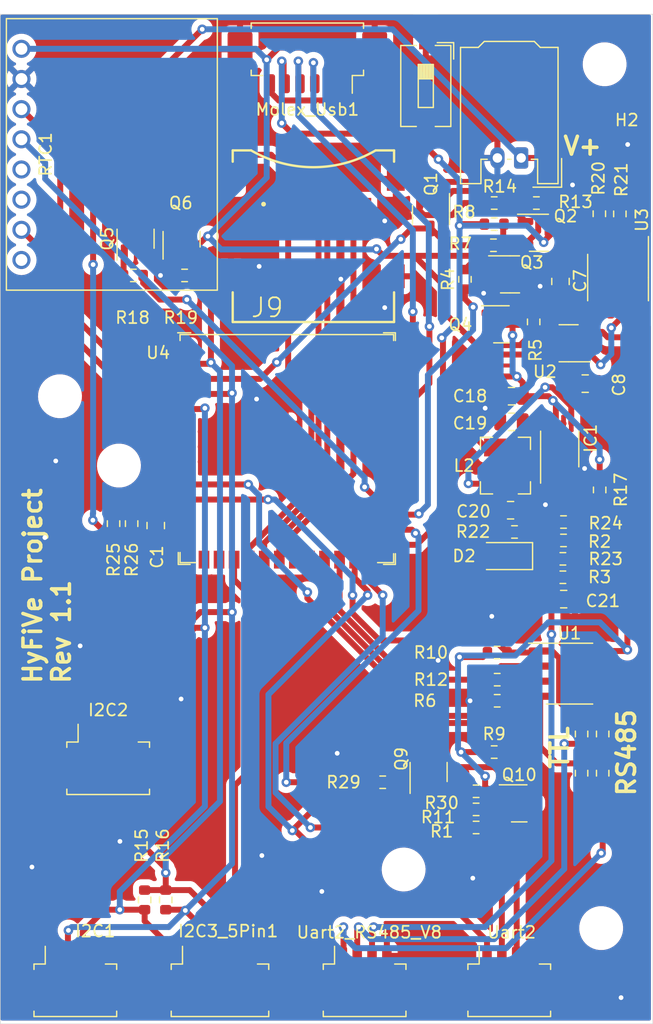
<source format=kicad_pcb>
(kicad_pcb (version 20221018) (generator pcbnew)
  (layers (0 "F.Cu" signal) (31 "B.Cu" signal) (34 "B.Paste" user) (35 "F.Paste" user) (36 "B.SilkS" user "B.Silkscreen") (37 "F.SilkS" user "F.Silkscreen") (38 "B.Mask" user) (39 "F.Mask" user) (44 "Edge.Cuts" user))
  (net 0 "")
  (net 1 "GND")
  (net 2 "/3V3")
  (net 3 "/VBat")
  (net 4 "/RtcInt")
  (net 5 "/EzoOff")
  (net 6 "Net-(IC1-FSEL)")
  (net 7 "Net-(IC1-SS)")
  (net 8 "Net-(IC1-COMP)")
  (net 9 "/SDA")
  (net 10 "Net-(D2-A)")
  (net 11 "/SCL")
  (net 12 "Net-(IC1-FB)")
  (net 13 "Net-(IC1-EN)")
  (net 14 "Net-(C20-Pad2)")
  (net 15 "/VOxy")
  (net 18 "Net-(J9-VDD)")
  (net 19 "/RXD0")
  (net 20 "/TXD0")
  (net 21 "/RTS")
  (net 22 "/DTR")
  (net 23 "/Uart1Rx")
  (net 24 "/Uart1Tx")
  (net 25 "/MISO")
  (net 26 "/SCK")
  (net 27 "/MOSI")
  (net 28 "/CS_SD")
  (net 29 "/Uart2Rx")
  (net 30 "/Uart2Tx")
  (net 31 "Net-(Q1-Pad1)")
  (net 32 "/EN")
  (net 33 "Net-(Q2-Pad1)")
  (net 34 "/IO0")
  (net 36 "Net-(Q3-Pad1)")
  (net 37 "Net-(R2-Pad2)")
  (net 38 "/BoostEnable")
  (net 39 "/DE485")
  (net 40 "/RE485")
  (net 41 "Net-(Q5-Pad1)")
  (net 42 "/SD_Enable")
  (net 43 "Net-(Q4-G)")
  (net 44 "Net-(Q9-Pad1)")
  (net 45 "/SensUartEnable")
  (net 46 "Net-(Q6-G)")
  (net 47 "Net-(Q10-G)")
  (net 48 "Net-(U3-+)")
  (net 49 "Net-(U1-B)")
  (net 50 "Net-(U1-A)")
  (net 54 "Net-(U2-EN)")
  (net 56 "Net-(U3--)")
  (net 57 "/AnaIn")
  (net 73 "Net-(Q10-D)")
  (net 74 "Net-(Uart2_RS485_V8-Pin_1)")
  (net 75 "Net-(Uart2_RS485_V8-Pin_2)")
  (footprint "Capacitor_SMD:C_0805_2012Metric" (layer "F.Cu") (at 77.216 47.498 -90)
    (fp_text reference "C7")
    (fp_text value "1µ")
  )
  (footprint "Capacitor_SMD:C_0805_2012Metric" (layer "F.Cu") (at 79.3 56.1)
    (fp_text reference "C8")
    (fp_text value "1µ")
  )
  (footprint "Resistor_SMD:R_0603_1608Metric" (layer "F.Cu") (at 71.565 44.45)
    (fp_text reference "R7")
    (fp_text value "10k")
  )
  (footprint "Resistor_SMD:R_0603_1608Metric" (layer "F.Cu") (at 71.628 42.672)
    (fp_text reference "R8")
    (fp_text value "10k")
  )
  (footprint "MountingHole:MountingHole_3.2mm_M3" (layer "F.Cu") (at 35.0266 57.1627)
    (fp_text reference "H1" hide)
    (fp_text value "MountingHole" hide)
  )
  (footprint "MountingHole:MountingHole_3.2mm_M3" (layer "F.Cu") (at 80.9371 29.21)
    (fp_text reference "H2")
    (fp_text value "MountingHole" hide)
  )
  (footprint "MountingHole:MountingHole_3.2mm_M3" (layer "F.Cu") (at 80.645 101.9429)
    (fp_text reference "H3" hide)
    (fp_text value "MountingHole" hide)
  )
  (footprint "Connector_Molex:Molex_PicoBlade_53261-0471_1x04-1MP_P1.25mm_Horizontal" (layer "F.Cu") (at 72.898 106.68)
    (fp_text reference "Uart2")
    (fp_text value "Conn_01x04_MountingPin" hide)
  )
  (footprint "Resistor_SMD:R_0603_1608Metric" (layer "F.Cu") (at 77.4192 72.403)
    (fp_text reference "R3")
    (fp_text value "470k")
  )
  (footprint "Resistor_SMD:R_0603_1608Metric" (layer "F.Cu") (at 69.1642 47.3202 90)
    (fp_text reference "R4")
    (fp_text value "15k")
  )
  (footprint "Resistor_SMD:R_0603_1608Metric" (layer "F.Cu") (at 77.4192 70.8516)
    (fp_text reference "R23")
    (fp_text value "470k")
  )
  (footprint "Package_SO:MSOP-8-1EP_3x3mm_P0.65mm_EP1.95x2.15mm" (layer "F.Cu") (at 77.1496 61.604 90)
    (fp_text reference "IC1")
    (fp_text value "MP3213DH-LF-Z")
  )
  (footprint "Resistor_SMD:R_0603_1608Metric" (layer "F.Cu") (at 75.184 40.894 180)
    (fp_text reference "R13")
    (fp_text value "10k")
  )
  (footprint "Capacitor_SMD:C_0805_2012Metric" (layer "F.Cu") (at 73.0094 66.7602 180)
    (fp_text reference "C20")
    (fp_text value "2,2n")
  )
  (footprint "Resistor_SMD:R_0603_1608Metric" (layer "F.Cu") (at 80.4926 41.7962 -90)
    (fp_text reference "R20")
    (fp_text value "1M" hide)
  )
  (footprint "Resistor_SMD:R_0603_1608Metric" (layer "F.Cu") (at 41.068 67.888 -90)
    (fp_text reference "R26")
    (fp_text value "1M" hide)
  )
  (footprint "Connector_Molex:Molex_PicoBlade_53261-0471_1x04-1MP_P1.25mm_Horizontal" (layer "F.Cu") (at 39.0906 87.9856)
    (fp_text reference "I2C2")
    (fp_text value "Conn_01x04_MountingPin" hide)
  )
  (footprint "Capacitor_SMD:C_0805_2012Metric" (layer "F.Cu") (at 43.1 68.05 -90)
    (fp_text reference "C1")
    (fp_text value "10n")
  )
  (footprint "Resistor_SMD:R_0603_1608Metric" (layer "F.Cu") (at 82.2198 41.8084 90)
    (fp_text reference "R21")
    (fp_text value "1M" hide)
  )
  (footprint "Package_TO_SOT_SMD:SOT-23-3" (layer "F.Cu") (at 75.4 43.4)
    (fp_text reference "Q2")
    (fp_text value "SS8050-G" hide)
  )
  (footprint "Connector_Molex:Molex_PicoBlade_53261-0471_1x04-1MP_P1.25mm_Horizontal" (layer "F.Cu") (at 60.706 106.68)
    (fp_text reference "Uart2_RS485_V8")
    (fp_text value "Conn_01x04_MountingPin" hide)
  )
  (footprint "Connector_Molex:Molex_PicoBlade_53261-0571_1x05-1MP_P1.25mm_Horizontal" (layer "F.Cu") (at 48.514 106.68)
    (fp_text reference "I2C3_5Pin1")
    (fp_text value "Conn_01x05_MountingPin" hide)
  )
  (footprint "Package_TO_SOT_SMD:SOT-23" (layer "F.Cu") (at 72.2376 51.1048)
    (fp_text reference "Q4")
    (fp_text value "BSS83P" hide)
  )
  (footprint "Resistor_SMD:R_0603_1608Metric" (layer "F.Cu") (at 71.628 40.894)
    (fp_text reference "R14")
    (fp_text value "10k")
  )
  (footprint "Diode_SMD:D_1206_3216Metric" (layer "F.Cu") (at 72.5776 70.621 180)
    (fp_text reference "D2")
    (fp_text value "D_Schottky")
  )
  (footprint "Resistor_SMD:R_0603_1608Metric" (layer "F.Cu") (at 41.214 46.99 180)
    (fp_text reference "R18")
    (fp_text value "15k")
  )
  (footprint "Resistor_SMD:R_0603_1608Metric" (layer "F.Cu") (at 70.104 93.472 180)
    (fp_text reference "R1")
    (fp_text value "100k")
  )
  (footprint "Resistor_SMD:R_0603_1608Metric" (layer "F.Cu") (at 80.772 88.9 -90)
    (fp_text reference "R41" hide)
    (fp_text value "0" hide)
  )
  (footprint "PCM_Espressif:ESP32-S3-WROOM-1U" (layer "F.Cu") (at 54.15 61.42)
    (fp_text reference "U4")
    (fp_text value "ESP32-S3-WROOM-1")
  )
  (footprint "Resistor_SMD:R_0603_1608Metric" (layer "F.Cu") (at 70.104 91.948 180)
    (fp_text reference "R11")
    (fp_text value "100k")
  )
  (footprint "Resistor_SMD:R_0603_1608Metric" (layer "F.Cu") (at 71.882 81.026)
    (fp_text reference "R12")
    (fp_text value "1k")
  )
  (footprint "Resistor_SMD:R_0603_1608Metric" (layer "F.Cu") (at 71.628 87.122)
    (fp_text reference "R9")
    (fp_text value "100k")
  )
  (footprint "Package_TO_SOT_SMD:SOT-23-3" (layer "F.Cu") (at 72.9625 46.9)
    (fp_text reference "Q3")
    (fp_text value "SS8050-G")
  )
  (footprint "Resistor_SMD:R_0603_1608Metric" (layer "F.Cu") (at 80.518 65.0494 -90)
    (fp_text reference "R17")
    (fp_text value "15k")
  )
  (footprint "Resistor_SMD:R_0603_1608Metric" (layer "F.Cu") (at 78.994 85.598 -90)
    (fp_text reference "R42" hide)
    (fp_text value "0" hide)
  )
  (footprint "Resistor_SMD:R_0603_1608Metric" (layer "F.Cu") (at 71.882 82.804 180)
    (fp_text reference "R6")
    (fp_text value "1k")
  )
  (footprint "Resistor_SMD:R_0603_1608Metric" (layer "F.Cu") (at 39.544 67.888 90)
    (fp_text reference "R25")
    (fp_text value "1M" hide)
  )
  (footprint "Resistor_SMD:R_0603_1608Metric" (layer "F.Cu") (at 80.772 85.598 -90)
    (fp_text reference "R43" hide)
    (fp_text value "0" hide)
  )
  (footprint "Hyfive:DS3231Module" (layer "F.Cu") (at 34.32 36.8 -90)
    (fp_text reference "RTC1")
    (fp_text value "Conn_01x08")
  )
  (footprint "Resistor_SMD:R_0603_1608Metric" (layer "F.Cu") (at 73.3396 68.589)
    (fp_text reference "R22")
    (fp_text value "15k")
  )
  (footprint "Connector_Molex:Molex_MicroClasp_55935-0230_1x02_P2.00mm_Horizontal" (layer "F.Cu") (at 73.9 37.1 180)
    (fp_text reference "Molex_Battery1" hide)
    (fp_text value "Conn_01x02" hide)
  )
  (footprint "Resistor_SMD:R_0603_1608Metric" (layer "F.Cu") (at 77.47 67.7528)
    (fp_text reference "R24")
    (fp_text value "12k")
  )
  (footprint "Capacitor_SMD:C_0805_2012Metric" (layer "F.Cu") (at 73.0856 59.318 180)
    (fp_text reference "C19")
    (fp_text value "10n")
  )
  (footprint "Capacitor_SMD:C_0805_2012Metric" (layer "F.Cu") (at 73.0856 57.159 180)
    (fp_text reference "C18")
    (fp_text value "10µ")
  )
  (footprint "Resistor_SMD:R_0603_1608Metric" (layer "F.Cu") (at 70.104 90.424 180)
    (fp_text reference "R30")
    (fp_text value "15k")
  )
  (footprint "Resistor_SMD:R_0603_1608Metric" (layer "F.Cu") (at 45.532 46.99 180)
    (fp_text reference "R19")
    (fp_text value "15k")
  )
  (footprint "Package_SO:SOIC-8_3.9x4.9mm_P1.27mm" (layer "F.Cu") (at 77.978 80.518)
    (fp_text reference "U1")
    (fp_text value "THVD14x9")
  )
  (footprint "Package_TO_SOT_SMD:SOT-23-3" (layer "F.Cu") (at 66.1 88.8 90)
    (fp_text reference "Q9")
    (fp_text value "SS8050-G" hide)
  )
  (footprint "Inductor_SMD:L_Bourns-SRN4018" (layer "F.Cu") (at 72.5776 63.002 -90)
    (fp_text reference "L2")
    (fp_text value "4,7µ")
  )
  (footprint "Resistor_SMD:R_0603_1608Metric" (layer "F.Cu") (at 74.9554 50.9016 90)
    (fp_text reference "R5")
    (fp_text value "15k" hide)
  )
  (footprint "Package_TO_SOT_SMD:SOT-23-3" (layer "F.Cu") (at 41.4 43.9 90)
    (fp_text reference "Q5")
    (fp_text value "SS8050-G" hide)
  )
  (footprint "Resistor_SMD:R_0603_1608Metric" (layer "F.Cu") (at 62.23 89.662)
    (fp_text reference "R29")
    (fp_text value "15k")
  )
  (footprint "MountingHole:MountingHole_3.2mm_M3_DIN965" (layer "F.Cu") (at 63.995 97.01)
    (fp_text reference "H5" hide)
    (fp_text value "MountingHole" hide)
  )
  (footprint "Connector_Molex:Molex_PicoBlade_53261-0671_1x06-1MP_P1.25mm_Horizontal" (layer "F.Cu") (at 55.88 28.448 180)
    (fp_text reference "Molex_Usb1")
    (fp_text value "Conn_01x06_MountingPin")
  )
  (footprint "Resistor_SMD:R_0603_1608Metric" (layer "F.Cu") (at 71.882 78.74)
    (fp_text reference "R10")
    (fp_text value "100k")
  )
  (footprint "Resistor_SMD:R_0603_1608Metric" (layer "F.Cu") (at 77.47 69.3022 180)
    (fp_text reference "R2")
    (fp_text value "12k")
  )
  (footprint "Resistor_SMD:R_0603_1608Metric" (layer "F.Cu") (at 43.942 99.568 90)
    (fp_text reference "R16")
    (fp_text value "1k")
  )
  (footprint "Connector_Molex:Molex_PicoBlade_53261-0471_1x04-1MP_P1.25mm_Horizontal" (layer "F.Cu") (at 36.322 106.68)
    (fp_text reference "I2C1")
    (fp_text value "Conn_01x04_MountingPin" hide)
  )
  (footprint "Package_TO_SOT_SMD:SOT-23" (layer "F.Cu") (at 73.7385 91.44)
    (fp_text reference "Q10")
    (fp_text value "BSS83P" hide)
  )
  (footprint "Button_Switch_SMD:SW_DIP_SPSTx01_Slide_6.7x4.1mm_W8.61mm_P2.54mm_LowProfile" (layer "F.Cu") (at 65.8622 31.0388 -90)
    (fp_text reference "SW1" hide)
    (fp_text value "SW_DIP_x01" hide)
  )
  (footprint "Capacitor_SMD:C_0805_2012Metric" (layer "F.Cu") (at 77.4856 74.2442)
    (fp_text reference "C21")
    (fp_text value "4,7µ")
  )
  (footprint "Resistor_SMD:R_0603_1608Metric" (layer "F.Cu") (at 78.994 88.9 -90)
    (fp_text reference "R40" hide)
    (fp_text value "0" hide)
  )
  (footprint "Package_TO_SOT_SMD:SOT-23-3" (layer "F.Cu") (at 66.3 41.9 -90)
    (fp_text reference "Q1")
    (fp_text value "SS8050-G")
  )
  (footprint "Hyfive:GCT_MEM2067-02-180-00-A_REVB" (layer "F.Cu") (at 56.388 43.688 180)
    (fp_text reference "J9")
    (fp_text value "Micro_SD_Card" hide)
  )
  (footprint "Package_TO_SOT_SMD:SOT-23" (layer "F.Cu") (at 45.278 43.942 90)
    (fp_text reference "Q6")
    (fp_text value "BSS83P")
  )
  (footprint "Resistor_SMD:R_0603_1608Metric" (layer "F.Cu") (at 42.164 99.568 90)
    (fp_text reference "R15")
    (fp_text value "1k")
  )
  (footprint "Package_TO_SOT_SMD:SOT-23-5" (layer "F.Cu") (at 77.9 52.7 180)
    (fp_text reference "U2")
    (fp_text value "RT9080-33GJ5" hide)
  )
  (footprint "Package_SO:SOIC-8-1EP_3.9x4.9mm_P1.27mm_EP2.29x3mm" (layer "F.Cu") (at 82.0674 47.1678 -90)
    (fp_text reference "U3")
    (fp_text value "LTC1540" hide)
  )
  (footprint "MountingHole:MountingHole_3.2mm_M3_DIN965" (layer "F.Cu") (at 40 63)
    (fp_text reference "H4" hide)
    (fp_text value "MountingHole" hide)
  )
  (gr_line (start 85 25) (end 30 25) (stroke (width 0.05)) (layer "Edge.Cuts"))
  (gr_line (start 30 25) (end 30 85) (stroke (width 0.05)) (layer "Edge.Cuts"))
  (gr_line (start 85 110) (end 85 25) (stroke (width 0.05)) (layer "Edge.Cuts"))
  (gr_line (start 30 85) (end 30 110) (stroke (width 0.05)) (layer "Edge.Cuts"))
  (gr_line (start 30 110) (end 85 110) (stroke (width 0.05)) (layer "Edge.Cuts"))
  (gr_text "HyFiVe Project\nRev 1.1" (at 33.9344 81.5086 90) (layer "F.SilkS") (effects (font (size 1.5 1.5) (thickness 0.3)) (justify left)))
  (gr_text "RS485" (at 82.7786 87.1728 90) (layer "F.SilkS") (effects (font (size 1.5 1.5) (thickness 0.3))))
  (gr_text "TTL" (at 77.1398 86.741 90) (layer "F.SilkS") (effects (font (size 1.5 1.5) (thickness 0.3))))
  (gr_text "V+" (at 79.0702 36.0934) (layer "F.SilkS") (effects (font (size 1.5 1.5) (thickness 0.3))))
  (segment (start 43.5 46.99) (end 42.35 45.84) (width 0.5) (layer "F.Cu") (net 1))
  (segment (start 70.739 48.4886) (end 71.1864 48.4886) (width 0.5) (layer "F.Cu") (net 1))
  (segment (start 71.057 82.676) (end 72.707 81.026) (width 0.5) (layer "F.Cu") (net 1))
  (segment (start 74.1646 68.589) (end 74.921 68.589) (width 0.5) (layer "F.Cu") (net 1))
  (segment (start 42.35 45.84) (end 42.35 45.0375) (width 0.5) (layer "F.Cu") (net 1))
  (segment (start 69.596 82.804) (end 71.057 82.804) (width 0.5) (layer "F.Cu") (net 1))
  (segment (start 75.438 66.802) (end 75.946 66.294) (width 0.5) (layer "F.Cu") (net 1))
  (segment (start 43.5 46.99) (end 43.5 46.124) (width 0.5) (layer "F.Cu") (net 1))
  (segment (start 76.962 66.294) (end 75.946 66.294) (width 0.5) (layer "F.Cu") (net 1))
  (segment (start 75.438 68.072) (end 75.438 66.802) (width 0.5) (layer "F.Cu") (net 1))
  (segment (start 71.057 82.804) (end 71.057 82.676) (width 0.5) (layer "F.Cu") (net 1))
  (segment (start 71.1864 48.4886) (end 71.825 47.85) (width 0.5) (layer "F.Cu") (net 1))
  (segment (start 78.295 67.7528) (end 78.295 67.627) (width 0.5) (layer "F.Cu") (net 1))
  (segment (start 74.921 68.589) (end 75.438 68.072) (width 0.5) (layer "F.Cu") (net 1))
  (segment (start 78.295 67.627) (end 76.962 66.294) (width 0.5) (layer "F.Cu") (net 1))
  (via (at 70.866 58.166) (size 0.8) (drill 0.4) (layers "F.Cu" "B.Cu") (net 1))
  (via (at 82.3214 107.7976) (size 0.8) (drill 0.4) (layers "F.Cu" "B.Cu") (net 1))
  (via (at 51.6 57.4) (size 0.8) (drill 0.4) (layers "F.Cu" "B.Cu") (net 1))
  (via (at 32.6644 96.7994) (size 0.8) (drill 0.4) (layers "F.Cu" "B.Cu") (net 1))
  (via (at 66.9 79.4) (size 0.8) (drill 0.4) (layers "F.Cu" "B.Cu") (net 1))
  (via (at 36.7284 78.1812) (size 0.8) (drill 0.4) (layers "F.Cu" "B.Cu") (net 1))
  (via (at 43.5 46.99) (size 0.8) (drill 0.4) (layers "F.Cu" "B.Cu") (net 1))
  (via (at 52.0446 95.8342) (size 0.8) (drill 0.4) (layers "F.Cu" "B.Cu") (net 1))
  (via (at 57.0992 98.8568) (size 0.8) (drill 0.4) (layers "F.Cu" "B.Cu") (net 1))
  (via (at 78.232 39.37) (size 0.8) (drill 0.4) (layers "F.Cu" "B.Cu") (net 1))
  (via (at 58.3946 87.2236) (size 0.8) (drill 0.4) (layers "F.Cu" "B.Cu") (net 1))
  (via (at 58.7 47.3) (size 0.8) (drill 0.4) (layers "F.Cu" "B.Cu") (net 1))
  (via (at 71.4248 75.692) (size 0.8) (drill 0.4) (layers "F.Cu" "B.Cu") (net 1))
  (via (at 34.671 62.611) (size 0.8) (drill 0.4) (layers "F.Cu" "B.Cu") (net 1))
  (via (at 45.2374 82.6516) (size 0.8) (drill 0.4) (layers "F.Cu" "B.Cu") (net 1))
  (via (at 51.816 46.228) (size 0.8) (drill 0.4) (layers "F.Cu" "B.Cu") (net 1))
  (via (at 70.739 48.4886) (size 0.8) (drill 0.4) (layers "F.Cu" "B.Cu") (net 1))
  (via (at 79.248 63.246) (size 0.8) (drill 0.4) (layers "F.Cu" "B.Cu") (net 1))
  (via (at 33.7566 69.0626) (size 0.8) (drill 0.4) (layers "F.Cu" "B.Cu") (net 1))
  (via (at 40.0812 94.6404) (size 0.8) (drill 0.4) (layers "F.Cu" "B.Cu") (net 1))
  (via (at 62.4 49.7) (size 0.8) (drill 0.4) (layers "F.Cu" "B.Cu") (net 1))
  (via (at 69.596 82.804) (size 0.8) (drill 0.4) (layers "F.Cu" "B.Cu") (net 1))
  (via (at 69.8246 97.7392) (size 0.8) (drill 0.4) (layers "F.Cu" "B.Cu") (net 1))
  (via (at 82.8802 35.9664) (size 0.8) (drill 0.4) (layers "F.Cu" "B.Cu") (net 1))
  (via (at 75.5 47.9) (size 0.8) (drill 0.4) (layers "F.Cu" "B.Cu") (net 1))
  (via (at 62.4 42.4) (size 0.8) (drill 0.4) (layers "F.Cu" "B.Cu") (net 1))
  (via (at 75.946 66.294) (size 0.8) (drill 0.4) (layers "F.Cu" "B.Cu") (net 1))
  (segment (start 82.8548 60.6048) (end 82.8548 61) (width 0.5) (layer "F.Cu") (net 2))
  (segment (start 48.514 104.28) (end 48.514 104.986) (width 0.5) (layer "F.Cu") (net 2))
  (segment (start 67.564 48.006) (end 64.897 45.339) (width 0.5) (layer "F.Cu") (net 2))
  (segment (start 47.4195 43.688) (end 46.228 44.8795) (width 0.5) (layer "F.Cu") (net 2))
  (segment (start 61.708984 44.767184) (end 62.2808 45.339) (width 0.5) (layer "F.Cu") (net 2))
  (segment (start 68.707 79.121) (end 70.676 79.121) (width 0.5) (layer "F.Cu") (net 2))
  (segment (start 62.2808 45.339) (end 64.897 45.339) (width 0.5) (layer "F.Cu") (net 2))
  (segment (start 46.357 46.99) (end 46.357 45.0085) (width 0.5) (layer "F.Cu") (net 2))
  (segment (start 43.942 98.743) (end 42.164 98.743) (width 0.5) (layer "F.Cu") (net 2))
  (segment (start 76.7625 53.65) (end 76.7625 54.5125) (width 0.5) (layer "F.Cu") (net 2))
  (segment (start 72.39 44.45) (end 72.39 42.735) (width 0.5) (layer "F.Cu") (net 2))
  (segment (start 67.564 50.264) (end 67.564 48.006) (width 0.5) (layer "F.Cu") (net 2))
  (segment (start 47.752 48.385) (end 46.357 46.99) (width 0.5) (layer "F.Cu") (net 2))
  (segment (start 52.451 28.829) (end 53.467 27.813) (width 0.5) (layer "F.Cu") (net 2))
  (segment (start 70.676 79.121) (end 71.057 78.74) (width 0.5) (layer "F.Cu") (net 2))
  (segment (start 45.9618 98.743) (end 48.514 101.2952) (width 0.5) (layer "F.Cu") (net 2))
  (segment (start 53.467 27.813) (end 57.023 27.813) (width 0.5) (layer "F.Cu") (net 2))
  (segment (start 46.357 45.0085) (end 46.228 44.8795) (width 0.5) (layer "F.Cu") (net 2))
  (segment (start 44.8 105) (end 38.917 105) (width 0.5) (layer "F.Cu") (net 2))
  (segment (start 40.9656 85.5856) (end 40.9656 93.9246) (width 0.5) (layer "F.Cu") (net 2))
  (segment (start 47.65 54.43) (end 47.752 54.328) (width 0.5) (layer "F.Cu") (net 2))
  (segment (start 68.834 87.122) (end 70.803 87.122) (width 0.5) (layer "F.Cu") (net 2))
  (segment (start 48.514 104.986) (end 47.9 105.6) (width 0.5) (layer "F.Cu") (net 2))
  (segment (start 76.7625 53.65) (end 70.95 53.65) (width 0.5) (layer "F.Cu") (net 2))
  (segment (start 71.95 44.45) (end 72.39 44.45) (width 0.5) (layer "F.Cu") (net 2))
  (segment (start 82.8548 61) (end 82.8548 78.5114) (width 0.5) (layer "F.Cu") (net 2))
  (segment (start 47.9 105.6) (end 45.4 105.6) (width 0.5) (layer "F.Cu") (net 2))
  (segment (start 64.897 45.339) (end 71.103818 45.339) (width 0.5) (layer "F.Cu") (net 2))
  (segment (start 76.7625 54.5125) (end 78.35 56.1) (width 0.5) (layer "F.Cu") (net 2))
  (segment (start 71.49 44.91) (end 71.95 44.45) (width 0.5) (layer "F.Cu") (net 2))
  (segment (start 40.9656 93.9246) (end 43.942 96.901) (width 0.5) (layer "F.Cu") (net 2))
  (segment (start 43.942 98.743) (end 43.942 97.282) (width 0.5) (layer "F.Cu") (net 2))
  (segment (start 43.942 98.743) (end 45.9618 98.743) (width 0.5) (layer "F.Cu") (net 2))
  (segment (start 57.023 27.813) (end 57.628 28.418) (width 0.5) (layer "F.Cu") (net 2))
  (segment (start 48.514 101.2952) (end 48.514 104.28) (width 0.5) (layer "F.Cu") (net 2))
  (segment (start 43.942 96.901) (end 43.942 97.282) (width 0.5) (layer "F.Cu") (net 2))
  (segment (start 70.866 89.154) (end 70.866 93.409) (width 0.5) (layer "F.Cu") (net 2))
  (segment (start 71.103818 45.339) (end 71.49 44.952818) (width 0.5) (layer "F.Cu") (net 2))
  (segment (start 57.628 28.418) (end 57.628 30.675) (width 0.5) (layer "F.Cu") (net 2))
  (segment (start 45.4 54.43) (end 47.65 54.43) (width 0.5) (layer "F.Cu") (net 2))
  (segment (start 70.866 93.409) (end 70.929 93.472) (width 0.5) (layer "F.Cu") (net 2))
  (segment (start 45.4 105.6) (end 44.8 105) (width 0.5) (layer "F.Cu") (net 2))
  (segment (start 38.917 105) (end 38.197 104.28) (width 0.5) (layer "F.Cu") (net 2))
  (segment (start 70.929 91.948) (end 72.359 91.948) (width 0.5) (layer "F.Cu") (net 2))
  (segment (start 70.95 53.65) (end 67.564 50.264) (width 0.5) (layer "F.Cu") (net 2))
  (segment (start 47.752 54.328) (end 47.752 48.385) (width 0.5) (layer "F.Cu") (net 2))
  (segment (start 80.453 78.613) (end 82.7532 78.613) (width 0.5) (layer "F.Cu") (net 2))
  (segment (start 72.39 42.735) (end 72.453 42.672) (width 0.5) (layer "F.Cu") (net 2))
  (segment (start 71.49 44.952818) (end 71.49 44.91) (width 0.5) (layer "F.Cu") (net 2))
  (segment (start 78.35 56.1) (end 82.8548 60.6048) (width 0.5) (layer "F.Cu") (net 2))
  (segment (start 82.7532 78.613) (end 82.8548 78.5114) (width 0.5) (layer "F.Cu") (net 2))
  (segment (start 72.359 91.948) (end 72.801 92.39) (width 0.5) (layer "F.Cu") (net 2))
  (via (at 68.834 87.122) (size 0.8) (drill 0.4) (layers "F.Cu" "B.Cu") (net 2))
  (via (at 61.708984 44.767184) (size 0.8) (drill 0.4) (layers "F.Cu" "B.Cu") (net 2))
  (via (at 47.752 54.328) (size 0.8) (drill 0.4) (layers "F.Cu" "B.Cu") (net 2))
  (via (at 82.8548 78.5114) (size 0.8) (drill 0.4) (layers "F.Cu" "B.Cu") (net 2))
  (via (at 68.707 79.121) (size 0.8) (drill 0.4) (layers "F.Cu" "B.Cu") (net 2))
  (via (at 52.451 28.829) (size 0.8) (drill 0.4) (layers "F.Cu" "B.Cu") (net 2))
  (via (at 43.942 97.282) (size 0.8) (drill 0.4) (layers "F.Cu" "B.Cu") (net 2))
  (via (at 70.866 89.154) (size 0.8) (drill 0.4) (layers "F.Cu" "B.Cu") (net 2))
  (via (at 47.498 43.688) (size 0.8) (drill 0.4) (layers "F.Cu" "B.Cu") (net 2))
  (segment (start 68.834 87.122) (end 68.58 86.868) (width 0.5) (layer "B.Cu") (net 2))
  (segment (start 31.78 27.91) (end 51.532 27.91) (width 0.5) (layer "B.Cu") (net 2))
  (segment (start 76.2 76.2) (end 80.5434 76.2) (width 0.5) (layer "B.Cu") (net 2))
  (segment (start 68.58 79.248) (end 68.707 79.121) (width 0.5) (layer "B.Cu") (net 2))
  (segment (start 47.498 43.688) (end 47.512 43.688) (width 0.5) (layer "B.Cu") (net 2))
  (segment (start 51.532 27.91) (end 52.451 28.829) (width 0.5) (layer "B.Cu") (net 2))
  (segment (start 68.58 86.868) (end 68.58 79.248) (width 0.5) (layer "B.Cu") (net 2))
  (segment (start 61.676168 44.8) (end 48.61 44.8) (width 0.5) (layer "B.Cu") (net 2))
  (segment (start 48.514 55.09) (end 48.514 91.272528) (width 0.5) (layer "B.Cu") (net 2))
  (segment (start 80.5434 76.2) (end 82.8548 78.5114) (width 0.5) (layer "B.Cu") (net 2))
  (segment (start 73.406 78.994) (end 76.2 76.2) (width 0.5) (layer "B.Cu") (net 2))
  (segment (start 48.514 91.272528) (end 43.942 95.844528) (width 0.5) (layer "B.Cu") (net 2))
  (segment (start 52.451 38.749) (end 52.451 28.829) (width 0.5) (layer "B.Cu") (net 2))
  (segment (start 68.834 78.994) (end 73.406 78.994) (width 0.5) (layer "B.Cu") (net 2))
  (segment (start 68.834 87.122) (end 70.866 89.154) (width 0.5) (layer "B.Cu") (net 2))
  (segment (start 47.752 54.328) (end 48.514 55.09) (width 0.5) (layer "B.Cu") (net 2))
  (segment (start 48.61 44.8) (end 47.498 43.688) (width 0.5) (layer "B.Cu") (net 2))
  (segment (start 68.707 79.121) (end 68.834 78.994) (width 0.5) (layer "B.Cu") (net 2))
  (segment (start 61.708984 44.767184) (end 61.676168 44.8) (width 0.5) (layer "B.Cu") (net 2))
  (segment (start 43.942 95.844528) (end 43.942 97.282) (width 0.5) (layer "B.Cu") (net 2))
  (segment (start 47.512 43.688) (end 52.451 38.749) (width 0.5) (layer "B.Cu") (net 2))
  (segment (start 73.8246 52.8574) (end 71.8312 52.8574) (width 0.5) (layer "F.Cu") (net 3))
  (segment (start 79.0375 53.65) (end 78.132108 53.65) (width 0.5) (layer "F.Cu") (net 3))
  (segment (start 73.9 37.1) (end 78.248 37.1) (width 0.5) (layer "F.Cu") (net 3))
  (segment (start 77.182108 52.7) (end 75.9288 52.7) (width 0.5) (layer "F.Cu") (net 3))
  (segment (start 74.9554 51.7266) (end 74.9554 51.4446) (width 0.5) (layer "F.Cu") (net 3))
  (segment (start 77.216 46.548) (end 77.4548 46.548) (width 0.5) (layer "F.Cu") (net 3))
  (segment (start 37.8 67.6) (end 38.913 68.713) (width 0.5) (layer "F.Cu") (net 3))
  (segment (start 80.4926 39.3446) (end 79.0194 37.8714) (width 0.5) (layer "F.Cu") (net 3))
  (segment (start 71.8312 52.8574) (end 71.3001 52.3263) (width 0.5) (layer "F.Cu") (net 3))
  (segment (start 80.6 54.5) (end 79.75 53.65) (width 0.5) (layer "F.Cu") (net 3))
  (segment (start 79.236 38.088) (end 79.0194 37.8714) (width 0.5) (layer "F.Cu") (net 3))
  (segment (start 77.4548 46.548) (end 79.2226 44.7802) (width 0.5) (layer "F.Cu") (net 3))
  (segment (start 79.75 53.65) (end 79.0375 53.65) (width 0.5) (layer "F.Cu") (net 3))
  (segment (start 81.5 51.4) (end 82.7024 50.1976) (width 0.5) (layer "F.Cu") (net 3))
  (segment (start 79.2226 48.3774) (end 79.2226 44.7802) (width 0.5) (layer "F.Cu") (net 3))
  (segment (start 79.2226 44.7802) (end 79.236 44.7668) (width 0.5) (layer "F.Cu") (net 3))
  (segment (start 74.9554 51.7266) (end 73.8246 52.8574) (width 0.5) (layer "F.Cu") (net 3))
  (segment (start 37.8206 35.4584) (end 47.0154 26.2636) (width 0.5) (layer "F.Cu") (net 3))
  (segment (start 79.236 44.7668) (end 79.236 38.088) (width 0.5) (layer "F.Cu") (net 3))
  (segment (start 77.47 49.7586) (end 77.8414 49.7586) (width 0.5) (layer "F.Cu") (net 3))
  (segment (start 74.9554 51.4446) (end 76.6414 49.7586) (width 0.5) (layer "F.Cu") (net 3))
  (segment (start 78.132108 53.65) (end 77.182108 52.7) (width 0.5) (layer "F.Cu") (net 3))
  (segment (start 82.7024 50.1976) (end 82.7024 49.6428) (width 0.5) (layer "F.Cu") (net 3))
  (segment (start 80.4926 40.9712) (end 80.4926 39.3446) (width 0.5) (layer "F.Cu") (net 3))
  (segment (start 71.3001 52.3263) (end 71.3001 52.0548) (width 0.5) (layer "F.Cu") (net 3))
  (segment (start 75.9288 52.7) (end 74.9554 51.7266) (width 0.5) (layer "F.Cu") (net 3))
  (segment (start 37.8206 46.0756) (end 37.8206 35.4584) (width 0.5) (layer "F.Cu") (net 3))
  (segment (start 78.248 37.1) (end 79.0194 37.8714) (width 0.5) (layer "F.Cu") (net 3))
  (segment (start 38.913 68.713) (end 39.544 68.713) (width 0.5) (layer "F.Cu") (net 3))
  (segment (start 77.8414 49.7586) (end 79.2226 48.3774) (width 0.5) (layer "F.Cu") (net 3))
  (segment (start 76.6414 49.7586) (end 77.47 49.7586) (width 0.5) (layer "F.Cu") (net 3))
  (via (at 81.5 51.4) (size 0.8) (drill 0.4) (layers "F.Cu" "B.Cu") (net 3))
  (via (at 37.8206 46.0756) (size 0.8) (drill 0.4) (layers "F.Cu" "B.Cu") (net 3))
  (via (at 37.8 67.6) (size 0.8) (drill 0.4) (layers "F.Cu" "B.Cu") (net 3))
  (via (at 80.6 54.5) (size 0.8) (drill 0.4) (layers "F.Cu" "B.Cu") (net 3))
  (via (at 47.0154 26.2636) (size 0.8) (drill 0.4) (layers "F.Cu" "B.Cu") (net 3))
  (segment (start 37.8206 67.0206) (end 37.8206 46.0756) (width 0.5) (layer "B.Cu") (net 3))
  (segment (start 63.0636 26.2636) (end 73.9 37.1) (width 0.5) (layer "B.Cu") (net 3))
  (segment (start 37.8 67.0412) (end 37.8206 67.0206) (width 0.5) (layer "B.Cu") (net 3))
  (segment (start 81.5 53.6) (end 81.5 51.4) (width 0.5) (layer "B.Cu") (net 3))
  (segment (start 37.8 67.6) (end 37.8 67.0412) (width 0.5) (layer "B.Cu") (net 3))
  (segment (start 80.6 54.5) (end 81.5 53.6) (width 0.5) (layer "B.Cu") (net 3))
  (segment (start 47.0154 26.2636) (end 63.0636 26.2636) (width 0.5) (layer "B.Cu") (net 3))
  (segment (start 44.676 60.678) (end 33.528 49.53) (width 0.5) (layer "F.Cu") (net 4))
  (segment (start 33.528 44.898) (end 31.78 43.15) (width 0.5) (layer "F.Cu") (net 4))
  (segment (start 33.528 49.53) (end 33.528 44.898) (width 0.5) (layer "F.Cu") (net 4))
  (segment (start 49.784 104.26) (end 49.784 89.916) (width 0.5) (layer "F.Cu") (net 5))
  (segment (start 49.784 89.916) (end 51.0032 88.6968) (width 0.5) (layer "F.Cu") (net 5))
  (segment (start 51.0032 88.6968) (end 51.0032 73.9032) (width 0.5) (layer "F.Cu") (net 5))
  (segment (start 51.0032 73.9032) (end 49.705 72.605) (width 0.5) (layer "F.Cu") (net 5))
  (segment (start 49.764 104.28) (end 49.784 104.26) (width 0.5) (layer "F.Cu") (net 5))
  (segment (start 49.705 72.605) (end 49.705 70.92) (width 0.5) (layer "F.Cu") (net 5))
  (segment (start 69.517689 59.009956) (end 69.517689 60.095489) (width 0.5) (layer "F.Cu") (net 6))
  (segment (start 76.209 57.159) (end 74.0356 57.159) (width 0.5) (layer "F.Cu") (net 6))
  (segment (start 73.533 55.499) (end 71.4456 55.499) (width 0.5) (layer "F.Cu") (net 6))
  (segment (start 76.8246 59.454) (end 76.8246 57.7746) (width 0.5) (layer "F.Cu") (net 6))
  (segment (start 80.518 64.2244) (end 80.518 62.484) (width 0.5) (layer "F.Cu") (net 6))
  (segment (start 71.4456 55.499) (end 69.5296 57.415) (width 0.5) (layer "F.Cu") (net 6))
  (segment (start 77.4746 59.454) (end 76.8246 59.454) (width 0.5) (layer "F.Cu") (net 6))
  (segment (start 69.5296 58.998045) (end 69.517689 59.009956) (width 0.5) (layer "F.Cu") (net 6))
  (segment (start 69.517689 60.095489) (end 70.8992 61.477) (width 0.5) (layer "F.Cu") (net 6))
  (segment (start 73.1751 52.0423) (end 73.1774 52.0446) (width 0.5) (layer "F.Cu") (net 6))
  (segment (start 73.1751 51.1048) (end 73.1751 52.0423) (width 0.5) (layer "F.Cu") (net 6))
  (segment (start 70.8992 61.477) (end 72.5776 61.477) (width 0.5) (layer "F.Cu") (net 6))
  (segment (start 69.5296 57.415) (end 69.5296 58.998045) (width 0.5) (layer "F.Cu") (net 6))
  (segment (start 73.533 55.499) (end 74.0356 56.0016) (width 0.5) (layer "F.Cu") (net 6))
  (segment (start 74.0356 56.0016) (end 74.0356 57.159) (width 0.5) (layer "F.Cu") (net 6))
  (segment (start 76.581 57.531) (end 76.209 57.159) (width 0.5) (layer "F.Cu") (net 6))
  (segment (start 76.8246 57.7746) (end 76.581 57.531) (width 0.5) (layer "F.Cu") (net 6))
  (via (at 73.1774 52.0446) (size 0.8) (drill 0.4) (layers "F.Cu" "B.Cu") (net 6))
  (via (at 73.533 55.499) (size 0.8) (drill 0.4) (layers "F.Cu" "B.Cu") (net 6))
  (via (at 80.518 62.484) (size 0.8) (drill 0.4) (layers "F.Cu" "B.Cu") (net 6))
  (via (at 76.581 57.531) (size 0.8) (drill 0.4) (layers "F.Cu" "B.Cu") (net 6))
  (segment (start 73.1774 55.1434) (end 73.533 55.499) (width 0.5) (layer "B.Cu") (net 6))
  (segment (start 73.1774 52.0446) (end 73.1774 55.1434) (width 0.5) (layer "B.Cu") (net 6))
  (segment (start 76.581 57.531) (end 80.518 61.468) (width 0.5) (layer "B.Cu") (net 6))
  (segment (start 80.518 61.468) (end 80.518 62.484) (width 0.5) (layer "B.Cu") (net 6))
  (segment (start 76.0386 59.318) (end 76.1746 59.454) (width 0.5) (layer "F.Cu") (net 7))
  (segment (start 74.0356 59.318) (end 76.0386 59.318) (width 0.5) (layer "F.Cu") (net 7))
  (segment (start 76.1746 64.545) (end 76.1746 63.754) (width 0.5) (layer "F.Cu") (net 8))
  (segment (start 73.9594 66.7602) (end 76.1746 64.545) (width 0.5) (layer "F.Cu") (net 8))
  (segment (start 47.264 104.28) (end 47.264 102.128) (width 0.5) (layer "F.Cu") (net 9))
  (segment (start 47.264 102.128) (end 45.593 100.457) (width 0.5) (layer "F.Cu") (net 9))
  (segment (start 38.4656 85.5856) (end 38.4656 83.7338) (width 0.5) (layer "F.Cu") (net 9))
  (segment (start 38.4656 83.7338) (end 46.863 75.3364) (width 0.5) (layer "F.Cu") (net 9))
  (segment (start 45.529 100.393) (end 43.942 100.393) (width 0.5) (layer "F.Cu") (net 9))
  (segment (start 49.456 56.97) (end 49.53 56.896) (width 0.5) (layer "F.Cu") (net 9))
  (segment (start 35.697 104.28) (end 35.697 102.1742) (width 0.5) (layer "F.Cu") (net 9))
  (segment (start 45.4 56.97) (end 49.456 56.97) (width 0.5) (layer "F.Cu") (net 9))
  (segment (start 35.697 102.1742) (end 35.7378 102.1334) (width 0.5) (layer "F.Cu") (net 9))
  (segment (start 46.863 75.3364) (end 49.53 75.3364) (width 0.5) (layer "F.Cu") (net 9))
  (segment (start 45.593 100.457) (end 45.529 100.393) (width 0.5) (layer "F.Cu") (net 9))
  (via (at 45.593 100.457) (size 0.8) (drill 0.4) (layers "F.Cu" "B.Cu") (net 9))
  (via (at 49.53 56.896) (size 0.8) (drill 0.4) (layers "F.Cu" "B.Cu") (net 9))
  (via (at 35.7378 102.1334) (size 0.8) (drill 0.4) (layers "F.Cu" "B.Cu") (net 9))
  (via (at 49.53 75.3364) (size 0.8) (drill 0.4) (layers "F.Cu" "B.Cu") (net 9))
  (segment (start 49.53 54.61) (end 49.53 56.896) (width 0.5) (layer "B.Cu") (net 9))
  (segment (start 49.53 96.52) (end 45.593 100.457) (width 0.5) (layer "B.Cu") (net 9))
  (segment (start 44.196 101.854) (end 45.593 100.457) (width 0.5) (layer "B.Cu") (net 9))
  (segment (start 35.7378 102.1334) (end 36.0172 101.854) (width 0.5) (layer "B.Cu") (net 9))
  (segment (start 49.53 56.896) (end 49.53 75.3364) (width 0.5) (layer "B.Cu") (net 9))
  (segment (start 36.0172 101.854) (end 44.196 101.854) (width 0.5) (layer "B.Cu") (net 9))
  (segment (start 31.78 35.53) (end 33.782 37.532) (width 0.5) (layer "B.Cu") (net 9))
  (segment (start 33.782 37.532) (end 33.782 38.862) (width 0.5) (layer "B.Cu") (net 9))
  (segment (start 49.53 75.3364) (end 49.53 96.52) (width 0.5) (layer "B.Cu") (net 9))
  (segment (start 33.782 38.862) (end 49.53 54.61) (width 0.5) (layer "B.Cu") (net 9))
  (segment (start 69.4534 64.5016) (end 69.4788 64.527) (width 0.5) (layer "F.Cu") (net 10))
  (segment (start 76.520161 56.4095) (end 78.1246 58.013939) (width 0.5) (layer "F.Cu") (net 10))
  (segment (start 71.1776 70.621) (end 70.4186 69.862) (width 0.5) (layer "F.Cu") (net 10))
  (segment (start 70.4186 69.862) (end 70.4186 66.049) (width 0.5) (layer "F.Cu") (net 10))
  (segment (start 75.917 56.4095) (end 76.520161 56.4095) (width 0.5) (layer "F.Cu") (net 10))
  (segment (start 78.1246 58.013939) (end 78.1246 59.454) (width 0.5) (layer "F.Cu") (net 10))
  (segment (start 69.4788 64.527) (end 72.5776 64.527) (width 0.5) (layer "F.Cu") (net 10))
  (segment (start 70.4186 66.049) (end 71.9406 64.527) (width 0.5) (layer "F.Cu") (net 10))
  (via (at 69.4534 64.5016) (size 0.8) (drill 0.4) (layers "F.Cu" "B.Cu") (net 10))
  (via (at 75.917 56.4095) (size 0.8) (drill 0.4) (layers "F.Cu" "B.Cu") (net 10))
  (segment (start 75.917 56.417) (end 69.4534 62.8806) (width 0.5) (layer "B.Cu") (net 10))
  (segment (start 75.917 56.4095) (end 75.917 56.417) (width 0.5) (layer "B.Cu") (net 10))
  (segment (start 69.4534 62.8806) (end 69.4534 64.5016) (width 0.5) (layer "B.Cu") (net 10))
  (segment (start 35.052 49.276) (end 35.052 36.262) (width 0.5) (layer "F.Cu") (net 11))
  (segment (start 40.069 100.393) (end 42.164 100.393) (width 0.5) (layer "F.Cu") (net 11))
  (segment (start 47.244 76.6572) (end 46.390728 76.6572) (width 0.5) (layer "F.Cu") (net 11))
  (segment (start 42.164 101.346) (end 42.164 100.393) (width 0.5) (layer "F.Cu") (net 11))
  (segment (start 45.4 58.24) (end 44.016 58.24) (width 0.5) (layer "F.Cu") (net 11))
  (segment (start 39.7156 83.332328) (end 39.7156 85.5856) (width 0.5) (layer "F.Cu") (net 11))
  (segment (start 46.390728 76.6572) (end 39.7156 83.332328) (width 0.5) (layer "F.Cu") (net 11))
  (segment (start 45.098 104.28) (end 42.164 101.346) (width 0.5) (layer "F.Cu") (net 11))
  (segment (start 47.244 58.166) (end 47.216 58.138) (width 0.5) (layer "F.Cu") (net 11))
  (segment (start 36.947 104.28) (end 36.947 102.245) (width 0.5) (layer "F.Cu") (net 11))
  (segment (start 44.016 58.24) (end 35.052 49.276) (width 0.5) (layer "F.Cu") (net 11))
  (segment (start 46.014 104.28) (end 45.098 104.28) (width 0.5) (layer "F.Cu") (net 11))
  (segment (start 35.052 36.262) (end 31.78 32.99) (width 0.5) (layer "F.Cu") (net 11))
  (segment (start 47.17 58.24) (end 47.244 58.166) (width 0.5) (layer "F.Cu") (net 11))
  (segment (start 38.799 100.393) (end 40.069 100.393) (width 0.5) (layer "F.Cu") (net 11))
  (segment (start 45.4 58.24) (end 47.17 58.24) (width 0.5) (layer "F.Cu") (net 11))
  (segment (start 36.947 102.245) (end 38.799 100.393) (width 0.5) (layer "F.Cu") (net 11))
  (via (at 47.244 76.6572) (size 0.8) (drill 0.4) (layers "F.Cu" "B.Cu") (net 11))
  (via (at 47.244 58.166) (size 0.8) (drill 0.4) (layers "F.Cu" "B.Cu") (net 11))
  (via (at 40.069 100.393) (size 0.8) (drill 0.4) (layers "F.Cu" "B.Cu") (net 11))
  (segment (start 47.244 76.6572) (end 47.244 58.166) (width 0.5) (layer "B.Cu") (net 11))
  (segment (start 40.069 98.869) (end 40.069 100.393) (width 0.5) (layer "B.Cu") (net 11))
  (segment (start 47.244 91.694) (end 40.069 98.869) (width 0.5) (layer "B.Cu") (net 11))
  (segment (start 47.244 76.6572) (end 47.244 91.694) (width 0.5) (layer "B.Cu") (net 11))
  (segment (start 78.2442 70.8516) (end 78.2442 69.353) (width 0.5) (layer "F.Cu") (net 12))
  (segment (start 78.5114 66.548) (end 76.8246 64.8612) (width 0.5) (layer "F.Cu") (net 12))
  (segment (start 76.8246 64.8612) (end 76.8246 63.754) (width 0.5) (layer "F.Cu") (net 12))
  (segment (start 78.295 69.3022) (end 78.9732 69.3022) (width 0.5) (layer "F.Cu") (net 12))
  (segment (start 78.2442 69.353) (end 78.295 69.3022) (width 0.5) (layer "F.Cu") (net 12))
  (segment (start 79.4414 68.834) (end 79.4414 66.9954) (width 0.5) (layer "F.Cu") (net 12))
  (segment (start 79.4414 66.9954) (end 78.994 66.548) (width 0.5) (layer "F.Cu") (net 12))
  (segment (start 78.9732 69.3022) (end 79.4414 68.834) (width 0.5) (layer "F.Cu") (net 12))
  (segment (start 78.2442 72.403) (end 78.2442 70.8516) (width 0.5) (layer "F.Cu") (net 12))
  (segment (start 78.994 66.548) (end 78.5114 66.548) (width 0.5) (layer "F.Cu") (net 12))
  (segment (start 80.518 65.8744) (end 80.4296 65.786) (width 0.5) (layer "F.Cu") (net 13))
  (segment (start 78.686 65.786) (end 77.4746 64.5746) (width 0.5) (layer "F.Cu") (net 13))
  (segment (start 77.4746 64.5746) (end 77.4746 63.754) (width 0.5) (layer "F.Cu") (net 13))
  (segment (start 80.4296 65.786) (end 78.686 65.786) (width 0.5) (layer "F.Cu") (net 13))
  (segment (start 72.5146 67.2154) (end 72.0594 66.7602) (width 0.5) (layer "F.Cu") (net 14))
  (segment (start 72.5146 68.589) (end 72.5146 67.2154) (width 0.5) (layer "F.Cu") (net 14))
  (segment (start 76.5356 72.4616) (end 76.5942 72.403) (width 0.5) (layer "F.Cu") (net 15))
  (segment (start 76.454 77.216) (end 76.454 74.61) (width 0.5) (layer "F.Cu") (net 15))
  (segment (start 76.5356 74.2442) (end 76.5356 72.4616) (width 0.5) (layer "F.Cu") (net 15))
  (segment (start 74.2082 70.8516) (end 73.9776 70.621) (width 0.5) (layer "F.Cu") (net 15))
  (segment (start 61.331 101.991) (end 61.468 101.854) (width 0.5) (layer "F.Cu") (net 15))
  (segment (start 76.5942 70.8516) (end 76.5942 72.403) (width 0.5) (layer "F.Cu") (net 15))
  (segment (start 61.331 104.28) (end 61.331 101.991) (width 0.5) (layer "F.Cu") (net 15))
  (segment (start 76.5942 70.8516) (end 74.2082 70.8516) (width 0.5) (layer "F.Cu") (net 15))
  (via (at 61.468 101.854) (size 0.8) (drill 0.4) (layers "F.Cu" "B.Cu") (net 15))
  (via (at 76.454 77.216) (size 0.8) (drill 0.4) (layers "F.Cu" "B.Cu") (net 15))
  (segment (start 76.454 77.216) (end 76.454 96.266) (width 0.5) (layer "B.Cu") (net 15))
  (segment (start 70.866 101.854) (end 61.468 101.854) (width 0.5) (layer "B.Cu") (net 15))
  (segment (start 76.454 96.266) (end 70.866 101.854) (width 0.5) (layer "B.Cu") (net 15))
  (segment (start 45.278 39.558) (end 45.278 43.0045) (width 0.5) (layer "F.Cu") (net 18))
  (segment (start 48.006 36.83) (end 45.278 39.558) (width 0.5) (layer "F.Cu") (net 18))
  (segment (start 52.828 36.83) (end 48.006 36.83) (width 0.5) (layer "F.Cu") (net 18))
  (segment (start 56.463 40.465) (end 52.828 36.83) (width 0.5) (layer "F.Cu") (net 18))
  (segment (start 66.167 56.073) (end 66.167 51.2826) (width 0.5) (layer "F.Cu") (net 19))
  (segment (start 64 58.24) (end 66.167 56.073) (width 0.5) (layer "F.Cu") (net 19))
  (segment (start 56.378 29.093) (end 56.388 29.083) (width 0.5) (layer "F.Cu") (net 19))
  (segment (start 62.9 58.24) (end 64 58.24) (width 0.5) (layer "F.Cu") (net 19))
  (segment (start 56.378 30.675) (end 56.378 29.093) (width 0.5) (layer "F.Cu") (net 19))
  (via (at 56.388 29.083) (size 0.8) (drill 0.4) (layers "F.Cu" "B.Cu") (net 19))
  (via (at 66.167 51.2826) (size 0.8) (drill 0.4) (layers "F.Cu" "B.Cu") (net 19))
  (segment (start 66.1162 51.2318) (end 66.1162 42.7482) (width 0.5) (layer "B.Cu") (net 19))
  (segment (start 56.388 33.02) (end 56.388 29.083) (width 0.5) (layer "B.Cu") (net 19))
  (segment (start 66.1162 42.7482) (end 56.388 33.02) (width 0.5) (layer "B.Cu") (net 19))
  (segment (start 66.167 51.2826) (end 66.1162 51.2318) (width 0.5) (layer "B.Cu") (net 19))
  (segment (start 55.128 28.966) (end 55.118 28.956) (width 0.5) (layer "F.Cu") (net 20))
  (segment (start 62.9 56.97) (end 64 56.97) (width 0.5) (layer "F.Cu") (net 20))
  (segment (start 55.128 30.675) (end 55.128 28.966) (width 0.5) (layer "F.Cu") (net 20))
  (segment (start 64.77 56.2) (end 64.77 50.038) (width 0.5) (layer "F.Cu") (net 20))
  (segment (start 64 56.97) (end 64.77 56.2) (width 0.5) (layer "F.Cu") (net 20))
  (via (at 55.118 28.956) (size 0.8) (drill 0.4) (layers "F.Cu" "B.Cu") (net 20))
  (via (at 64.77 50.038) (size 0.8) (drill 0.4) (layers "F.Cu" "B.Cu") (net 20))
  (segment (start 64.77 43.18) (end 64.77 50.038) (width 0.5) (layer "B.Cu") (net 20))
  (segment (start 55.118 33.528) (end 64.77 43.18) (width 0.5) (layer "B.Cu") (net 20))
  (segment (start 55.118 28.956) (end 55.118 33.528) (width 0.5) (layer "B.Cu") (net 20))
  (segment (start 65.35 40.7625) (end 65.35 38.231114) (width 0.5) (layer "F.Cu") (net 21))
  (segment (start 62.170886 35.052) (end 54.61 35.052) (width 0.5) (layer "F.Cu") (net 21))
  (segment (start 54.61 35.052) (end 53.721 34.163) (width 0.5) (layer "F.Cu") (net 21))
  (segment (start 53.878 29.113) (end 53.721 28.956) (width 0.5) (layer "F.Cu") (net 21))
  (segment (start 69.088 40.894) (end 68.072 41.91) (width 0.5) (layer "F.Cu") (net 21))
  (segment (start 68.072 41.91) (end 65.71 41.91) (width 0.5) (layer "F.Cu") (net 21))
  (segment (start 65.35 41.55) (end 65.35 40.7625) (width 0.5) (layer "F.Cu") (net 21))
  (segment (start 53.878 30.675) (end 53.878 29.113) (width 0.5) (layer "F.Cu") (net 21))
  (segment (start 65.35 38.231114) (end 62.170886 35.052) (width 0.5) (layer "F.Cu") (net 21))
  (segment (start 70.803 40.894) (end 69.088 40.894) (width 0.5) (layer "F.Cu") (net 21))
  (segment (start 65.71 41.91) (end 65.35 41.55) (width 0.5) (layer "F.Cu") (net 21))
  (via (at 53.721 28.956) (size 0.8) (drill 0.4) (layers "F.Cu" "B.Cu") (net 21))
  (via (at 53.721 34.163) (size 0.8) (drill 0.4) (layers "F.Cu" "B.Cu") (net 21))
  (segment (start 53.721 34.163) (end 53.721 28.956) (width 0.5) (layer "B.Cu") (net 21))
  (segment (start 75.3375 43.275) (end 75.3375 41.5655) (width 0.5) (layer "F.Cu") (net 22))
  (segment (start 53.467 32.258) (end 52.628 31.419) (width 0.5) (layer "F.Cu") (net 22))
  (segment (start 76.009 40.894) (end 76.009 39.941) (width 0.5) (layer "F.Cu") (net 22))
  (segment (start 74.2625 44.35) (end 75.3375 43.275) (width 0.5) (layer "F.Cu") (net 22))
  (segment (start 60.338 32.258) (end 53.467 32.258) (width 0.5) (layer "F.Cu") (net 22))
  (segment (start 76.009 39.941) (end 75.184 39.116) (width 0.5) (layer "F.Cu") (net 22))
  (segment (start 52.628 31.419) (end 52.628 30.675) (width 0.5) (layer "F.Cu") (net 22))
  (segment (start 75.3375 41.5655) (end 76.009 40.894) (width 0.5) (layer "F.Cu") (net 22))
  (segment (start 75.184 39.116) (end 67.196 39.116) (width 0.5) (layer "F.Cu") (net 22))
  (segment (start 67.196 39.116) (end 60.338 32.258) (width 0.5) (layer "F.Cu") (net 22))
  (segment (start 52.5655 65.86) (end 52.66723 65.86) (width 0.5) (layer "F.Cu") (net 23))
  (segment (start 76.513 78.613) (end 77.1 79.2) (width 0.5) (layer "F.Cu") (net 23))
  (segment (start 59.69 73.914) (end 59.69 75.438) (width 0.5) (layer "F.Cu") (net 23))
  (segment (start 75.376 78.74) (end 75.503 78.613) (width 0.5) (layer "F.Cu") (net 23))
  (segment (start 77.1 82.879) (end 78.994 84.773) (width 0.5) (layer "F.Cu") (net 23))
  (segment (start 72.707 78.74) (end 75.376 78.74) (width 0.5) (layer "F.Cu") (net 23))
  (segment (start 77.1 79.2) (end 77.1 82.879) (width 0.5) (layer "F.Cu") (net 23))
  (segment (start 75.503 78.613) (end 76.513 78.613) (width 0.5) (layer "F.Cu") (net 23))
  (segment (start 61.976 77.724) (end 71.691 77.724) (width 0.5) (layer "F.Cu") (net 23))
  (segment (start 71.691 77.724) (end 72.707 78.74) (width 0.5) (layer "F.Cu") (net 23))
  (segment (start 59.69 75.438) (end 61.976 77.724) (width 0.5) (layer "F.Cu") (net 23))
  (segment (start 52.5655 65.86) (end 45.4 65.86) (width 0.5) (layer "F.Cu") (net 23))
  (via (at 59.69 73.914) (size 0.8) (drill 0.4) (layers "F.Cu" "B.Cu") (net 23))
  (via (at 52.5655 65.86) (size 0.8) (drill 0.4) (layers "F.Cu" "B.Cu") (net 23))
  (segment (start 53.16 65.86) (end 59.69 72.39) (width 0.5) (layer "B.Cu") (net 23))
  (segment (start 59.69 72.39) (end 59.69 73.914) (width 0.5) (layer "B.Cu") (net 23))
  (segment (start 52.5655 65.86) (end 53.16 65.86) (width 0.5) (layer "B.Cu") (net 23))
  (segment (start 75.06 87.122) (end 75.503 86.679) (width 0.5) (layer "F.Cu") (net 24))
  (segment (start 55.88 74.173584) (end 66.380416 84.674) (width 0.5) (layer "F.Cu") (net 24))
  (segment (start 76.899 88.075) (end 75.503 86.679) (width 0.5) (layer "F.Cu") (net 24))
  (segment (start 50.9 64.59) (end 45.4 64.59) (width 0.5) (layer "F.Cu") (net 24))
  (segment (start 78.994 88.075) (end 76.899 88.075) (width 0.5) (layer "F.Cu") (net 24))
  (segment (start 66.380416 84.674) (end 73.252 84.674) (width 0.5) (layer "F.Cu") (net 24))
  (segment (start 75.503 86.679) (end 75.503 86.549) (width 0.5) (layer "F.Cu") (net 24))
  (segment (start 72.453 87.122) (end 75.06 87.122) (width 0.5) (layer "F.Cu") (net 24))
  (segment (start 73.252 84.674) (end 75.503 82.423) (width 0.5) (layer "F.Cu") (net 24))
  (segment (start 55.88 73.66) (end 55.88 74.173584) (width 0.5) (layer "F.Cu") (net 24))
  (segment (start 75.503 86.549) (end 75.503 82.423) (width 0.5) (layer "F.Cu") (net 24))
  (via (at 55.88 73.66) (size 0.8) (drill 0.4) (layers "F.Cu" "B.Cu") (net 24))
  (via (at 50.9 64.59) (size 0.8) (drill 0.4) (layers "F.Cu" "B.Cu") (net 24))
  (segment (start 51.816 65.506) (end 51.816 69.596) (width 0.5) (layer "B.Cu") (net 24))
  (segment (start 50.9 64.59) (end 51.816 65.506) (width 0.5) (layer "B.Cu") (net 24))
  (segment (start 51.816 69.596) (end 55.88 73.66) (width 0.5) (layer "B.Cu") (net 24))
  (segment (start 54.737 70.19) (end 54.737 68.725056) (width 0.5) (layer "F.Cu") (net 25))
  (segment (start 59.763 63.699056) (end 59.763 41.571) (width 0.5) (layer "F.Cu") (net 25))
  (segment (start 54.737 68.725056) (end 59.763 63.699056) (width 0.5) (layer "F.Cu") (net 25))
  (segment (start 57.563 65.050528) (end 57.563 41.571) (width 0.5) (layer "F.Cu") (net 26))
  (segment (start 53.515 69.098528) (end 57.563 65.050528) (width 0.5) (layer "F.Cu") (net 26))
  (segment (start 53.515 70.92) (end 53.515 69.098528) (width 0.5) (layer "F.Cu") (net 26))
  (segment (start 52.245 70.92) (end 52.245 69.52) (width 0.5) (layer "F.Cu") (net 27))
  (segment (start 56.819623 64.945377) (end 56.819623 43.027623) (width 0.5) (layer "F.Cu") (net 27))
  (segment (start 52.245 69.52) (end 56.819623 64.945377) (width 0.5) (layer "F.Cu") (net 27))
  (segment (start 56.819623 43.027623) (end 55.363 41.571) (width 0.5) (layer "F.Cu") (net 27))
  (segment (start 56.219623 56.981623) (end 56.219623 64.696849) (width 0.5) (layer "F.Cu") (net 28))
  (segment (start 50.975 69.941472) (end 50.975 70.92) (width 0.5) (layer "F.Cu") (net 28))
  (segment (start 56.219623 64.696849) (end 50.975 69.941472) (width 0.5) (layer "F.Cu") (net 28))
  (segment (start 54.263 55.025) (end 56.219623 56.981623) (width 0.5) (layer "F.Cu") (net 28))
  (segment (start 54.263 41.571) (end 54.263 55.025) (width 0.5) (layer "F.Cu") (net 28))
  (segment (start 56.134 93.472) (end 69.279 93.472) (width 0.5) (layer "F.Cu") (net 29))
  (segment (start 61.135 72.819) (end 62.23 73.914) (width 0.5) (layer "F.Cu") (net 29))
  (segment (start 72.273 96.466) (end 69.279 93.472) (width 0.5) (layer "F.Cu") (net 29))
  (segment (start 61.135 70.92) (end 61.135 72.819) (width 0.5) (layer "F.Cu") (net 29))
  (segment (start 72.273 104.28) (end 72.273 96.466) (width 0.5) (layer "F.Cu") (net 29))
  (via (at 62.23 73.914) (size 0.8) (drill 0.4) (layers "F.Cu" "B.Cu") (net 29))
  (via (at 56.134 93.472) (size 0.8) (drill 0.4) (layers "F.Cu" "B.Cu") (net 29))
  (segment (start 62.23 77.383472) (end 62.23 73.914) (width 0.5) (layer "B.Cu") (net 29))
  (segment (start 53.2 86.413472) (end 62.23 77.383472) (width 0.5) (layer "B.Cu") (net 29))
  (segment (start 53.2 90.538) (end 53.2 86.413472) (width 0.5) (layer "B.Cu") (net 29))
  (segment (start 56.134 93.472) (end 53.2 90.538) (width 0.5) (layer "B.Cu") (net 29))
  (segment (start 60.96 73.914) (end 60.96 73.56) (width 0.5) (layer "F.Cu") (net 30))
  (segment (start 69.025 92.202) (end 69.279 91.948) (width 0.5) (layer "F.Cu") (net 30))
  (segment (start 71.023 104.28) (end 71.023 103.027) (width 0.5) (layer "F.Cu") (net 30))
  (segment (start 54.864 93.726) (end 54.61 93.726) (width 0.5) (layer "F.Cu") (net 30))
  (segment (start 61.722 100.584) (end 54.864 93.726) (width 0.5) (layer "F.Cu") (net 30))
  (segment (start 54.61 93.726) (end 56.134 92.202) (width 0.5) (layer "F.Cu") (net 30))
  (segment (start 56.134 92.202) (end 69.025 92.202) (width 0.5) (layer "F.Cu") (net 30))
  (segment (start 59.865 72.465) (end 59.865 70.92) (width 0.5) (layer "F.Cu") (net 30))
  (segment (start 60.96 73.56) (end 59.865 72.465) (width 0.5) (layer "F.Cu") (net 30))
  (segment (start 71.023 103.027) (end 68.58 100.584) (width 0.5) (layer "F.Cu") (net 30))
  (segment (start 68.58 100.584) (end 61.722 100.584) (width 0.5) (layer "F.Cu") (net 30))
  (via (at 60.96 73.914) (size 0.8) (drill 0.4) (layers "F.Cu" "B.Cu") (net 30))
  (via (at 54.61 93.726) (size 0.8) (drill 0.4) (layers "F.Cu" "B.Cu") (net 30))
  (segment (start 54.61 93.726) (end 52.6 91.716) (width 0.5) (layer "B.Cu") (net 30))
  (segment (start 52.6 82.274) (end 60.96 73.914) (width 0.5) (layer "B.Cu") (net 30))
  (segment (start 52.6 91.716) (end 52.6 82.274) (width 0.5) (layer "B.Cu") (net 30))
  (segment (start 73.343 39.878) (end 74.359 40.894) (width 0.5) (layer "F.Cu") (net 31))
  (segment (start 67.25 40.7625) (end 68.1345 39.878) (width 0.5) (layer "F.Cu") (net 31))
  (segment (start 68.1345 39.878) (end 73.343 39.878) (width 0.5) (layer "F.Cu") (net 31))
  (segment (start 66.3 43.0375) (end 67.7125 44.45) (width 0.5) (layer "F.Cu") (net 32))
  (segment (start 64.6585 43.0375) (end 63.754 43.942) (width 0.5) (layer "F.Cu") (net 32))
  (segment (start 51.9 55.7) (end 45.4 55.7) (width 0.5) (layer "F.Cu") (net 32))
  (segment (start 53.3 54.3) (end 51.9 55.7) (width 0.5) (layer "F.Cu") (net 32))
  (segment (start 67.7125 44.45) (end 70.74 44.45) (width 0.5) (layer "F.Cu") (net 32))
  (segment (start 66.3 43.0375) (end 64.6585 43.0375) (width 0.5) (layer "F.Cu") (net 32))
  (via (at 53.3 54.3) (size 0.8) (drill 0.4) (layers "F.Cu" "B.Cu") (net 32))
  (via (at 63.754 43.942) (size 0.8) (drill 0.4) (layers "F.Cu" "B.Cu") (net 32))
  (segment (start 63.658 43.942) (end 63.754 43.942) (width 0.5) (layer "B.Cu") (net 32))
  (segment (start 53.3 54.3) (end 63.658 43.942) (width 0.5) (layer "B.Cu") (net 32))
  (segment (start 72.7065 40.894) (end 74.2625 42.45) (width 0.5) (layer "F.Cu") (net 33))
  (segment (start 72.453 40.894) (end 72.7065 40.894) (width 0.5) (layer "F.Cu") (net 33))
  (segment (start 75.8 44.1375) (end 76.5375 43.4) (width 0.5) (layer "F.Cu") (net 34))
  (segment (start 65.086661 69.67) (end 67.31 67.446661) (width 0.5) (layer "F.Cu") (net 34))
  (segment (start 67.31 67.446661) (end 67.31 66.3) (width 0.5) (layer "F.Cu") (net 34))
  (segment (start 62.9 69.67) (end 65.086661 69.67) (width 0.5) (layer "F.Cu") (net 34))
  (segment (start 67.31 52.3494) (end 67.31 66.3) (width 0.5) (layer "F.Cu") (net 34))
  (segment (start 68.834 42.672) (end 68.707 42.799) (width 0.5) (layer "F.Cu") (net 34))
  (segment (start 67.2084 52.2478) (end 67.31 52.3494) (width 0.5) (layer "F.Cu") (net 34))
  (segment (start 75.8 44.2) (end 75.8 44.1375) (width 0.5) (layer "F.Cu") (net 34))
  (segment (start 66.929 37.211) (end 65.8622 36.1442) (width 0.5) (layer "F.Cu") (net 34))
  (segment (start 65.8622 36.1442) (end 65.8622 35.3438) (width 0.5) (layer "F.Cu") (net 34))
  (segment (start 70.803 42.672) (end 68.834 42.672) (width 0.5) (layer "F.Cu") (net 34))
  (via (at 75.8 44.2) (size 0.8) (drill 0.4) (layers "F.Cu" "B.Cu") (net 34))
  (via (at 66.929 37.211) (size 0.8) (drill 0.4) (layers "F.Cu" "B.Cu") (net 34))
  (via (at 67.2084 52.2478) (size 0.8) (drill 0.4) (layers "F.Cu" "B.Cu") (net 34))
  (via (at 68.707 42.799) (size 0.8) (drill 0.4) (layers "F.Cu" "B.Cu") (net 34))
  (segment (start 75.8 44.2) (end 74.399 42.799) (width 0.5) (layer "B.Cu") (net 34))
  (segment (start 74.399 42.799) (end 68.707 42.799) (width 0.5) (layer "B.Cu") (net 34))
  (segment (start 68.707 50.7492) (end 67.2084 52.2478) (width 0.5) (layer "B.Cu") (net 34))
  (segment (start 68.707 38.989) (end 68.707 42.799) (width 0.5) (layer "B.Cu") (net 34))
  (segment (start 68.707 42.799) (end 68.707 50.7492) (width 0.5) (layer "B.Cu") (net 34))
  (segment (start 66.929 37.211) (end 68.707 38.989) (width 0.5) (layer "B.Cu") (net 34))
  (segment (start 69.7094 45.95) (end 69.1642 46.4952) (width 0.5) (layer "F.Cu") (net 36))
  (segment (start 71.825 45.95) (end 69.7094 45.95) (width 0.5) (layer "F.Cu") (net 36))
  (segment (start 76.645 69.3022) (end 76.645 67.7528) (width 0.5) (layer "F.Cu") (net 37))
  (segment (start 62.9 67.13) (end 65.204 67.13) (width 0.5) (layer "F.Cu") (net 38))
  (segment (start 62.88 67.056) (end 62.852 67.028) (width 0.5) (layer "F.Cu") (net 38))
  (segment (start 65.204 67.13) (end 65.278 67.056) (width 0.5) (layer "F.Cu") (net 38))
  (segment (start 69.1642 48.1452) (end 69.1642 48.9712) (width 0.5) (layer "F.Cu") (net 38))
  (segment (start 69.1642 48.9712) (end 69.85 49.657) (width 0.5) (layer "F.Cu") (net 38))
  (via (at 65.278 67.056) (size 0.8) (drill 0.4) (layers "F.Cu" "B.Cu") (net 38))
  (via (at 69.85 49.657) (size 0.8) (drill 0.4) (layers "F.Cu" "B.Cu") (net 38))
  (segment (start 69.85 51.562) (end 69.85 49.657) (width 0.5) (layer "B.Cu") (net 38))
  (segment (start 66.04 55.372) (end 69.85 51.562) (width 0.5) (layer "B.Cu") (net 38))
  (segment (start 65.278 67.056) (end 66.04 66.294) (width 0.5) (layer "B.Cu") (net 38))
  (segment (start 66.04 66.294) (end 66.04 55.372) (width 0.5) (layer "B.Cu") (net 38))
  (segment (start 72.707 82.804) (end 72.707 82.741) (width 0.5) (layer "F.Cu") (net 39))
  (segment (start 72.707 83.249) (end 71.882 84.074) (width 0.5) (layer "F.Cu") (net 39))
  (segment (start 72.707 82.804) (end 72.707 83.249) (width 0.5) (layer "F.Cu") (net 39))
  (segment (start 74.295 81.153) (end 75.503 81.153) (width 0.5) (layer "F.Cu") (net 39))
  (segment (start 66.628944 84.074) (end 57.325 74.770056) (width 0.5) (layer "F.Cu") (net 39))
  (segment (start 57.325 74.770056) (end 57.325 70.92) (width 0.5) (layer "F.Cu") (net 39))
  (segment (start 71.882 84.074) (end 66.628944 84.074) (width 0.5) (layer "F.Cu") (net 39))
  (segment (start 72.707 82.741) (end 74.295 81.153) (width 0.5) (layer "F.Cu") (net 39))
  (segment (start 64.429472 81.026) (end 58.595 75.191528) (width 0.5) (layer "F.Cu") (net 40))
  (segment (start 58.595 75.191528) (end 58.595 70.92) (width 0.5) (layer "F.Cu") (net 40))
  (segment (start 71.057 81.026) (end 72.2 79.883) (width 0.5) (layer "F.Cu") (net 40))
  (segment (start 72.2 79.883) (end 75.503 79.883) (width 0.5) (layer "F.Cu") (net 40))
  (segment (start 71.057 81.026) (end 64.429472 81.026) (width 0.5) (layer "F.Cu") (net 40))
  (segment (start 40.389 45.0985) (end 40.45 45.0375) (width 0.5) (layer "F.Cu") (net 41))
  (segment (start 40.5 46.879) (end 40.389 46.99) (width 0.5) (layer "F.Cu") (net 41))
  (segment (start 40.389 46.99) (end 40.389 45.0985) (width 0.5) (layer "F.Cu") (net 41))
  (segment (start 42.039 46.99) (end 42.039 47.627) (width 0.5) (layer "F.Cu") (net 42))
  (segment (start 42.039 47.627) (end 43.434 49.022) (width 0.5) (layer "F.Cu") (net 42))
  (segment (start 43.434 49.022) (end 45.72 49.022) (width 0.5) (layer "F.Cu") (net 42))
  (segment (start 61.766 65.86) (end 62.9 65.86) (width 0.5) (layer "F.Cu") (net 42))
  (segment (start 60.706 64.8) (end 61.766 65.86) (width 0.5) (layer "F.Cu") (net 42))
  (via (at 45.72 49.022) (size 0.8) (drill 0.4) (layers "F.Cu" "B.Cu") (net 42))
  (via (at 60.706 64.8) (size 0.8) (drill 0.4) (layers "F.Cu" "B.Cu") (net 42))
  (segment (start 60.706 64.8) (end 60.706 64.008) (width 0.5) (layer "B.Cu") (net 42))
  (segment (start 60.706 64.008) (end 45.72 49.022) (width 0.5) (layer "B.Cu") (net 42))
  (segment (start 74.1 49.2212) (end 74.9554 50.0766) (width 0.5) (layer "F.Cu") (net 43))
  (segment (start 74.1 46.9) (end 74.1 49.2212) (width 0.5) (layer "F.Cu") (net 43))
  (segment (start 71.3001 50.1548) (end 74.8772 50.1548) (width 0.5) (layer "F.Cu") (net 43))
  (segment (start 74.8772 50.1548) (end 74.9554 50.0766) (width 0.5) (layer "F.Cu") (net 43))
  (segment (start 63.055 89.662) (end 64.8745 89.662) (width 0.5) (layer "F.Cu") (net 44))
  (segment (start 64.8745 89.662) (end 65.15 89.9375) (width 0.5) (layer "F.Cu") (net 44))
  (segment (start 54.102 89.662) (end 61.405 89.662) (width 0.5) (layer "F.Cu") (net 45))
  (segment (start 64.996 68.7) (end 64.696 68.4) (width 0.5) (layer "F.Cu") (net 45))
  (segment (start 64.696 68.4) (end 62.9 68.4) (width 0.5) (layer "F.Cu") (net 45))
  (via (at 64.996 68.7) (size 0.8) (drill 0.4) (layers "F.Cu" "B.Cu") (net 45))
  (via (at 54.102 89.662) (size 0.8) (drill 0.4) (layers "F.Cu" "B.Cu") (net 45))
  (segment (start 64.996 68.7) (end 65.25 68.954) (width 0.5) (layer "B.Cu") (net 45))
  (segment (start 54.102 86.36) (end 54.102 89.662) (width 0.5) (layer "B.Cu") (net 45))
  (segment (start 65.25 75.212) (end 54.102 86.36) (width 0.5) (layer "B.Cu") (net 45))
  (segment (start 65.25 68.954) (end 65.25 75.212) (width 0.5) (layer "B.Cu") (net 45))
  (segment (start 44.707 45.2585) (end 44.328 44.8795) (width 0.5) (layer "F.Cu") (net 46))
  (segment (start 44.707 46.99) (end 44.707 45.2585) (width 0.5) (layer "F.Cu") (net 46))
  (segment (start 41.4 42.7625) (end 42.211 42.7625) (width 0.5) (layer "F.Cu") (net 46))
  (segment (start 42.211 42.7625) (end 44.328 44.8795) (width 0.5) (layer "F.Cu") (net 46))
  (segment (start 72.801 90.49) (end 72.801 89.565) (width 0.5) (layer "F.Cu") (net 47))
  (segment (start 72.801 89.565) (end 71.628 88.392) (width 0.5) (layer "F.Cu") (net 47))
  (segment (start 69.279 90.424) (end 69.279 88.837) (width 0.5) (layer "F.Cu") (net 47))
  (segment (start 69.279 88.837) (end 68.834 88.392) (width 0.5) (layer "F.Cu") (net 47))
  (segment (start 66.8295 88.392) (end 66.1 87.6625) (width 0.5) (layer "F.Cu") (net 47))
  (segment (start 69.088 88.392) (end 66.8295 88.392) (width 0.5) (layer "F.Cu") (net 47))
  (segment (start 69.088 88.392) (end 68.834 88.392) (width 0.5) (layer "F.Cu") (net 47))
  (segment (start 71.628 88.392) (end 69.088 88.392) (width 0.5) (layer "F.Cu") (net 47))
  (segment (start 81.4324 43.4208) (end 82.2198 42.6334) (width 0.5) (layer "F.Cu") (net 48))
  (segment (start 81.4324 44.6928) (end 81.4324 43.4208) (width 0.5) (layer "F.Cu") (net 48))
  (segment (start 82.2198 42.6334) (end 80.5048 42.6334) (width 0.5) (layer "F.Cu") (net 48))
  (segment (start 80.5048 42.6334) (end 80.4926 42.6212) (width 0.5) (layer "F.Cu") (net 48))
  (segment (start 80.772 88.075) (end 82.6 86.247) (width 0.5) (layer "F.Cu") (net 49))
  (segment (start 82.6 86.247) (end 82.6 80.822) (width 0.5) (layer "F.Cu") (net 49))
  (segment (start 81.661 79.883) (end 80.453 79.883) (width 0.5) (layer "F.Cu") (net 49))
  (segment (start 82.6 80.822) (end 81.661 79.883) (width 0.5) (layer "F.Cu") (net 49))
  (segment (start 82 83.545) (end 82 81.492) (width 0.5) (layer "F.Cu") (net 50))
  (segment (start 80.772 84.773) (end 82 83.545) (width 0.5) (layer "F.Cu") (net 50))
  (segment (start 81.661 81.153) (end 80.453 81.153) (width 0.5) (layer "F.Cu") (net 50))
  (segment (start 82 81.492) (end 81.661 81.153) (width 0.5) (layer "F.Cu") (net 50))
  (segment (start 82.547 52.2) (end 81.2 52.2) (width 0.5) (layer "F.Cu") (net 54))
  (segment (start 80.75 51.75) (end 79.0375 51.75) (width 0.5) (layer "F.Cu") (net 54))
  (segment (start 81.2 52.2) (end 80.75 51.75) (width 0.5) (layer "F.Cu") (net 54))
  (segment (start 83.9724 50.7746) (end 82.547 52.2) (width 0.5) (layer "F.Cu") (net 54))
  (segment (start 83.9724 49.6428) (end 83.9724 50.7746) (width 0.5) (layer "F.Cu") (net 54))
  (segment (start 80.1624 44.6928) (end 80.1624 49.6428) (width 0.5) (layer "F.Cu") (net 56))
  (segment (start 80.1624 49.6428) (end 81.4324 49.6428) (width 0.5) (layer "F.Cu") (net 56))
  (segment (start 41.105 67.1) (end 41.068 67.063) (width 0.5) (layer "F.Cu") (net 57))
  (segment (start 45.37 67.1) (end 45.4 67.13) (width 0.5) (layer "F.Cu") (net 57))
  (segment (start 39.544 67.063) (end 41.068 67.063) (width 0.5) (layer "F.Cu") (net 57))
  (segment (start 43.1 67.1) (end 41.105 67.1) (width 0.5) (layer "F.Cu") (net 57))
  (segment (start 39.607 67.126) (end 39.544 67.063) (width 0.5) (layer "F.Cu") (net 57))
  (segment (start 43.1 67.1) (end 45.37 67.1) (width 0.5) (layer "F.Cu") (net 57))
  (segment (start 74.676 91.44) (end 74.676 95.6795) (width 0.5) (layer "F.Cu") (net 73))
  (segment (start 74.676 95.6795) (end 73.523 96.8325) (width 0.5) (layer "F.Cu") (net 73))
  (segment (start 73.523 96.8325) (end 73.523 104.28) (width 0.5) (layer "F.Cu") (net 73))
  (segment (start 80.772 95.504) (end 80.772 89.725) (width 0.5) (layer "F.Cu") (net 74))
  (segment (start 58.928 103.856597) (end 58.831 103.953597) (width 0.5) (layer "F.Cu") (net 74))
  (segment (start 58.831 103.953597) (end 58.831 104.28) (width 0.5) (layer "F.Cu") (net 74))
  (segment (start 58.928 101.854) (end 58.928 103.856597) (width 0.5) (layer "F.Cu") (net 74))
  (segment (start 80.772 89.725) (end 78.994 89.725) (width 0.5) (layer "F.Cu") (net 74))
  (segment (start 80.645 95.631) (end 80.772 95.504) (width 0.5) (layer "F.Cu") (net 74))
  (via (at 58.928 101.854) (size 0.8) (drill 0.4) (layers "F.Cu" "B.Cu") (net 74))
  (via (at 80.645 95.631) (size 0.8) (drill 0.4) (layers "F.Cu" "B.Cu") (net 74))
  (segment (start 58.928 101.854) (end 58.928 102.616) (width 0.5) (layer "B.Cu") (net 74))
  (segment (start 59.944 103.632) (end 72.644 103.632) (width 0.5) (layer "B.Cu") (net 74))
  (segment (start 58.928 102.616) (end 59.944 103.632) (width 0.5) (layer "B.Cu") (net 74))
  (segment (start 72.644 103.632) (end 80.645 95.631) (width 0.5) (layer "B.Cu") (net 74))
  (segment (start 60.081 104.28) (end 60.081 101.971) (width 0.5) (layer "F.Cu") (net 75))
  (segment (start 60.081 101.971) (end 60.198 101.854) (width 0.5) (layer "F.Cu") (net 75))
  (segment (start 78.994 86.423) (end 77.533 86.423) (width 0.5) (layer "F.Cu") (net 75))
  (segment (start 78.994 86.423) (end 80.772 86.423) (width 0.5) (layer "F.Cu") (net 75))
  (via (at 60.198 101.854) (size 0.8) (drill 0.4) (layers "F.Cu" "B.Cu") (net 75))
  (via (at 77.533 86.423) (size 0.8) (drill 0.4) (layers "F.Cu" "B.Cu") (net 75))
  (segment (start 61.214 102.87) (end 71.628 102.87) (width 0.5) (layer "B.Cu") (net 75))
  (segment (start 77.533 96.965) (end 77.533 86.423) (width 0.5) (layer "B.Cu") (net 75))
  (segment (start 71.628 102.87) (end 77.533 96.965) (width 0.5) (layer "B.Cu") (net 75))
  (segment (start 60.198 101.854) (end 61.214 102.87) (width 0.5) (layer "B.Cu") (net 75))
  (zone locked (net 1) (net_name "GND") (layer "F.Cu") (connect_pads (clearance 0.508)) (min_thickness 0.254) (fill yes (thermal_gap 0.508) (thermal_bridge_width 0.508))
    (polygon (pts (xy 84.836 109.728) (xy 29.972 109.728) (xy 29.972 24.892) (xy 84.836 24.892)))
  )
  (zone (net 1) (net_name "GND") (layer "B.Cu") (connect_pads (clearance 0.508)) (min_thickness 0.254) (fill yes (thermal_gap 0.508) (thermal_bridge_width 0.508))
    (polygon (pts (xy 84.836 109.728) (xy 29.972 109.728) (xy 29.972 24.892) (xy 84.836 24.892)))
  )
)
</source>
